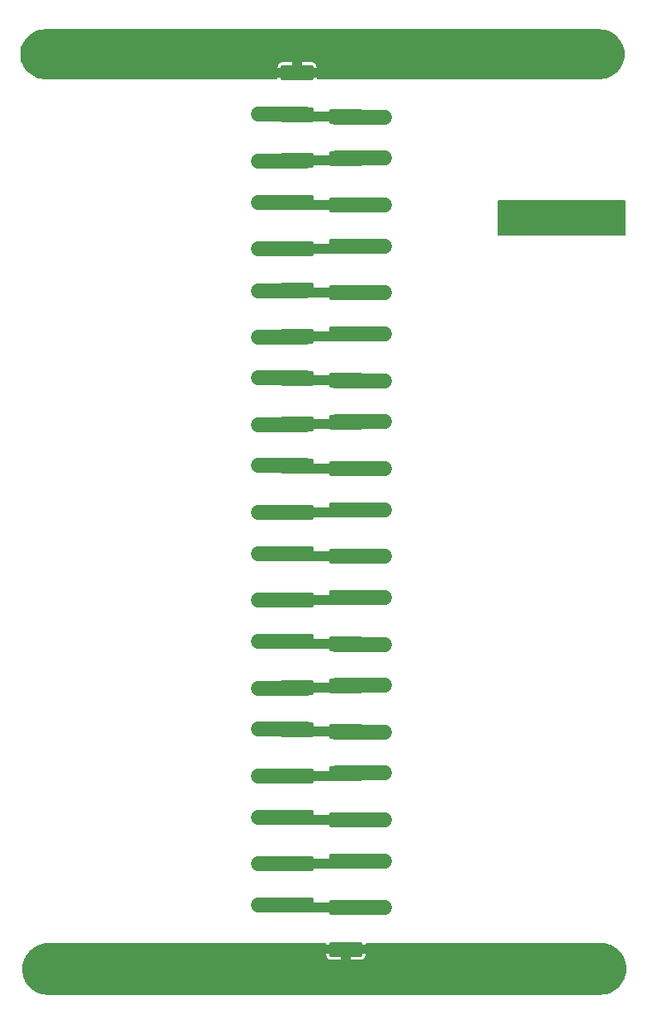
<source format=gbr>
%TF.GenerationSoftware,KiCad,Pcbnew,9.0.6*%
%TF.CreationDate,2025-12-24T02:22:15+01:00*%
%TF.ProjectId,secondary_mmc,7365636f-6e64-4617-9279-5f6d6d632e6b,rev?*%
%TF.SameCoordinates,Original*%
%TF.FileFunction,Copper,L1,Top*%
%TF.FilePolarity,Positive*%
%FSLAX46Y46*%
G04 Gerber Fmt 4.6, Leading zero omitted, Abs format (unit mm)*
G04 Created by KiCad (PCBNEW 9.0.6) date 2025-12-24 02:22:15*
%MOMM*%
%LPD*%
G01*
G04 APERTURE LIST*
G04 Aperture macros list*
%AMRoundRect*
0 Rectangle with rounded corners*
0 $1 Rounding radius*
0 $2 $3 $4 $5 $6 $7 $8 $9 X,Y pos of 4 corners*
0 Add a 4 corners polygon primitive as box body*
4,1,4,$2,$3,$4,$5,$6,$7,$8,$9,$2,$3,0*
0 Add four circle primitives for the rounded corners*
1,1,$1+$1,$2,$3*
1,1,$1+$1,$4,$5*
1,1,$1+$1,$6,$7*
1,1,$1+$1,$8,$9*
0 Add four rect primitives between the rounded corners*
20,1,$1+$1,$2,$3,$4,$5,0*
20,1,$1+$1,$4,$5,$6,$7,0*
20,1,$1+$1,$6,$7,$8,$9,0*
20,1,$1+$1,$8,$9,$2,$3,0*%
G04 Aperture macros list end*
%TA.AperFunction,Conductor*%
%ADD10C,1.500000*%
%TD*%
%TA.AperFunction,NonConductor*%
%ADD11C,0.200000*%
%TD*%
%TA.AperFunction,SMDPad,CuDef*%
%ADD12RoundRect,0.250000X-1.450000X0.537500X-1.450000X-0.537500X1.450000X-0.537500X1.450000X0.537500X0*%
%TD*%
%TA.AperFunction,ViaPad*%
%ADD13C,0.600000*%
%TD*%
%TA.AperFunction,Conductor*%
%ADD14C,1.000000*%
%TD*%
G04 APERTURE END LIST*
D10*
%TO.N,Net-(C2-Pad2)*%
X115050000Y-90300000D02*
X120000000Y-90300000D01*
X107000000Y-90600000D02*
X111875000Y-90600000D01*
%TO.N,Net-(C1-Pad2)*%
X107000000Y-85800000D02*
X111875000Y-85800000D01*
X114950000Y-86100000D02*
X120000000Y-86100000D01*
%TO.N,Net-(C3-Pad2)*%
X114950000Y-95100000D02*
X120000000Y-95100000D01*
X107000000Y-94800000D02*
X111875000Y-94800000D01*
%TO.N,Net-(C4-Pad2)*%
X107000000Y-99600000D02*
X111875000Y-99600000D01*
%TO.N,Net-(C5-Pad2)*%
X107000000Y-103900000D02*
X111875000Y-103900000D01*
%TO.N,Net-(C6-Pad2)*%
X107000000Y-108600000D02*
X111875000Y-108600000D01*
%TO.N,Net-(C7-Pad2)*%
X107000000Y-112800000D02*
X111875000Y-112800000D01*
%TO.N,Net-(C8-Pad2)*%
X107000000Y-117600000D02*
X111875000Y-117600000D01*
%TO.N,Net-(C10-Pad1)*%
X107000000Y-121800000D02*
X111875000Y-121800000D01*
%TO.N,Net-(C10-Pad2)*%
X107000000Y-126600000D02*
X111875000Y-126600000D01*
%TO.N,Net-(C11-Pad2)*%
X107000000Y-130800000D02*
X111875000Y-130800000D01*
%TO.N,Net-(C12-Pad2)*%
X107000000Y-135600000D02*
X111875000Y-135600000D01*
%TO.N,Net-(C13-Pad2)*%
X107000000Y-139800000D02*
X111875000Y-139800000D01*
%TO.N,Net-(C14-Pad2)*%
X107000000Y-144600000D02*
X111900000Y-144600000D01*
%TO.N,Net-(C15-Pad2)*%
X107000000Y-148800000D02*
X111900000Y-148800000D01*
%TO.N,Net-(C16-Pad2)*%
X107000000Y-153600000D02*
X111900000Y-153600000D01*
%TO.N,Net-(C17-Pad2)*%
X107000000Y-157800000D02*
X111900000Y-157800000D01*
%TO.N,Net-(C18-Pad2)*%
X107000000Y-162600000D02*
X111900000Y-162600000D01*
%TO.N,Net-(C19-Pad2)*%
X107000000Y-166800000D02*
X111900000Y-166800000D01*
%TO.N,Net-(C4-Pad2)*%
X115050000Y-99300000D02*
X120000000Y-99300000D01*
%TO.N,Net-(C5-Pad2)*%
X114950000Y-104100000D02*
X120000000Y-104100000D01*
%TO.N,Net-(C6-Pad2)*%
X115050000Y-108300000D02*
X120000000Y-108300000D01*
%TO.N,Net-(C7-Pad2)*%
X114950000Y-113100000D02*
X120000000Y-113100000D01*
%TO.N,Net-(C8-Pad2)*%
X115050000Y-117300000D02*
X120000000Y-117300000D01*
%TO.N,Net-(C10-Pad1)*%
X114950000Y-122100000D02*
X120000000Y-122100000D01*
%TO.N,Net-(C10-Pad2)*%
X115050000Y-126300000D02*
X120000000Y-126300000D01*
%TO.N,Net-(C11-Pad2)*%
X114950000Y-131100000D02*
X120000000Y-131100000D01*
%TO.N,Net-(C12-Pad2)*%
X115050000Y-135300000D02*
X120000000Y-135300000D01*
%TO.N,Net-(C13-Pad2)*%
X114950000Y-140100000D02*
X120000000Y-140100000D01*
%TO.N,Net-(C14-Pad2)*%
X115025000Y-144300000D02*
X120000000Y-144300000D01*
%TO.N,Net-(C15-Pad2)*%
X114950000Y-149100000D02*
X120000000Y-149100000D01*
%TO.N,Net-(C16-Pad2)*%
X115050000Y-153300000D02*
X120000000Y-153300000D01*
%TO.N,Net-(C17-Pad2)*%
X114925000Y-158100000D02*
X120000000Y-158100000D01*
%TO.N,Net-(C18-Pad2)*%
X115025000Y-162300000D02*
X120000000Y-162300000D01*
%TO.N,Net-(C19-Pad2)*%
X114925000Y-167100000D02*
X120000000Y-167100000D01*
D11*
X131700000Y-94700000D02*
X144600000Y-94700000D01*
X144600000Y-98100000D01*
X131700000Y-98100000D01*
X131700000Y-94700000D01*
%TA.AperFunction,NonConductor*%
G36*
X131700000Y-94700000D02*
G01*
X144600000Y-94700000D01*
X144600000Y-98100000D01*
X131700000Y-98100000D01*
X131700000Y-94700000D01*
G37*
%TD.AperFunction*%
%TD*%
D12*
%TO.P,C5,1*%
%TO.N,Net-(C4-Pad2)*%
X111000000Y-99562500D03*
%TO.P,C5,2*%
%TO.N,Net-(C5-Pad2)*%
X111000000Y-103837500D03*
%TD*%
%TO.P,C4,1*%
%TO.N,Net-(C3-Pad2)*%
X116000000Y-95062500D03*
%TO.P,C4,2*%
%TO.N,Net-(C4-Pad2)*%
X116000000Y-99337500D03*
%TD*%
%TO.P,C1,1*%
%TO.N,CONN_1*%
X111000000Y-81562500D03*
%TO.P,C1,2*%
%TO.N,Net-(C1-Pad2)*%
X111000000Y-85837500D03*
%TD*%
%TO.P,C2,1*%
%TO.N,Net-(C1-Pad2)*%
X116000000Y-86062500D03*
%TO.P,C2,2*%
%TO.N,Net-(C2-Pad2)*%
X116000000Y-90337500D03*
%TD*%
%TO.P,C3,1*%
%TO.N,Net-(C2-Pad2)*%
X111000000Y-90562500D03*
%TO.P,C3,2*%
%TO.N,Net-(C3-Pad2)*%
X111000000Y-94837500D03*
%TD*%
%TO.P,C19,2*%
%TO.N,Net-(C19-Pad2)*%
X111000000Y-166837500D03*
%TO.P,C19,1*%
%TO.N,Net-(C18-Pad2)*%
X111000000Y-162562500D03*
%TD*%
%TO.P,C18,2*%
%TO.N,Net-(C18-Pad2)*%
X116000000Y-162337500D03*
%TO.P,C18,1*%
%TO.N,Net-(C17-Pad2)*%
X116000000Y-158062500D03*
%TD*%
%TO.P,C17,2*%
%TO.N,Net-(C17-Pad2)*%
X111000000Y-157837500D03*
%TO.P,C17,1*%
%TO.N,Net-(C16-Pad2)*%
X111000000Y-153562500D03*
%TD*%
%TO.P,C16,2*%
%TO.N,Net-(C16-Pad2)*%
X116000000Y-153337500D03*
%TO.P,C16,1*%
%TO.N,Net-(C15-Pad2)*%
X116000000Y-149062500D03*
%TD*%
%TO.P,C15,2*%
%TO.N,Net-(C15-Pad2)*%
X111000000Y-148837500D03*
%TO.P,C15,1*%
%TO.N,Net-(C14-Pad2)*%
X111000000Y-144562500D03*
%TD*%
%TO.P,C14,2*%
%TO.N,Net-(C14-Pad2)*%
X116000000Y-144337500D03*
%TO.P,C14,1*%
%TO.N,Net-(C13-Pad2)*%
X116000000Y-140062500D03*
%TD*%
%TO.P,C13,2*%
%TO.N,Net-(C13-Pad2)*%
X111000000Y-139837500D03*
%TO.P,C13,1*%
%TO.N,Net-(C12-Pad2)*%
X111000000Y-135562500D03*
%TD*%
%TO.P,C12,2*%
%TO.N,Net-(C12-Pad2)*%
X116000000Y-135337500D03*
%TO.P,C12,1*%
%TO.N,Net-(C11-Pad2)*%
X116000000Y-131062500D03*
%TD*%
%TO.P,C11,2*%
%TO.N,Net-(C11-Pad2)*%
X111000000Y-130837500D03*
%TO.P,C11,1*%
%TO.N,Net-(C10-Pad2)*%
X111000000Y-126562500D03*
%TD*%
%TO.P,C10,2*%
%TO.N,Net-(C10-Pad2)*%
X116000000Y-126337500D03*
%TO.P,C10,1*%
%TO.N,Net-(C10-Pad1)*%
X116000000Y-122062500D03*
%TD*%
%TO.P,C9,2*%
%TO.N,Net-(C10-Pad1)*%
X111000000Y-121837500D03*
%TO.P,C9,1*%
%TO.N,Net-(C8-Pad2)*%
X111000000Y-117562500D03*
%TD*%
%TO.P,C8,2*%
%TO.N,Net-(C8-Pad2)*%
X116000000Y-117337500D03*
%TO.P,C8,1*%
%TO.N,Net-(C7-Pad2)*%
X116000000Y-113062500D03*
%TD*%
%TO.P,C7,2*%
%TO.N,Net-(C7-Pad2)*%
X111000000Y-112837500D03*
%TO.P,C7,1*%
%TO.N,Net-(C6-Pad2)*%
X111000000Y-108562500D03*
%TD*%
%TO.P,C6,2*%
%TO.N,Net-(C6-Pad2)*%
X116000000Y-108337500D03*
%TO.P,C6,1*%
%TO.N,Net-(C5-Pad2)*%
X116000000Y-104062500D03*
%TD*%
%TO.P,C20,2*%
%TO.N,CONN_2*%
X116000000Y-171337500D03*
%TO.P,C20,1*%
%TO.N,Net-(C19-Pad2)*%
X116000000Y-167062500D03*
%TD*%
D13*
%TO.N,Net-(C19-Pad2)*%
X113000000Y-167100000D03*
X113500000Y-167100000D03*
X114000000Y-167100000D03*
%TO.N,Net-(C18-Pad2)*%
X113000000Y-162600000D03*
X113500000Y-162600000D03*
X114000000Y-162600000D03*
%TO.N,Net-(C17-Pad2)*%
X113000000Y-158100000D03*
X113500000Y-158100000D03*
X114000000Y-158100000D03*
%TO.N,Net-(C16-Pad2)*%
X113000000Y-153600000D03*
X113500000Y-153600000D03*
X114000000Y-153600000D03*
%TO.N,Net-(C15-Pad2)*%
X113000000Y-149100000D03*
X113500000Y-149100000D03*
X114000000Y-149100000D03*
%TO.N,Net-(C14-Pad2)*%
X113000000Y-144600000D03*
X113500000Y-144600000D03*
X114000000Y-144600000D03*
%TO.N,Net-(C13-Pad2)*%
X113000000Y-140100000D03*
X113500000Y-140100000D03*
X114000000Y-140100000D03*
%TO.N,Net-(C12-Pad2)*%
X113000000Y-135600000D03*
X113500000Y-135600000D03*
X114000000Y-135600000D03*
%TO.N,Net-(C11-Pad2)*%
X113000000Y-131100000D03*
X113500000Y-131100000D03*
X114000000Y-131100000D03*
%TO.N,Net-(C10-Pad2)*%
X113000000Y-126600000D03*
X113500000Y-126600000D03*
X114000000Y-126600000D03*
%TO.N,Net-(C10-Pad1)*%
X113000000Y-122100000D03*
X113500000Y-122100000D03*
X114000000Y-122100000D03*
%TO.N,Net-(C8-Pad2)*%
X113000000Y-117600000D03*
X113500000Y-117600000D03*
X114000000Y-117600000D03*
%TO.N,Net-(C7-Pad2)*%
X113000000Y-113100000D03*
X113500000Y-113100000D03*
X114000000Y-113100000D03*
%TO.N,Net-(C6-Pad2)*%
X113000000Y-108600000D03*
X113500000Y-108600000D03*
X114000000Y-108600000D03*
%TO.N,Net-(C5-Pad2)*%
X113000000Y-104100000D03*
X113500000Y-104100000D03*
X114000000Y-104100000D03*
%TO.N,Net-(C4-Pad2)*%
X113000000Y-99600000D03*
X113500000Y-99600000D03*
X114000000Y-99600000D03*
%TO.N,Net-(C3-Pad2)*%
X113000000Y-95100000D03*
X113500000Y-95100000D03*
X114000000Y-95100000D03*
%TO.N,Net-(C2-Pad2)*%
X113000000Y-90600000D03*
X113500000Y-90600000D03*
X114000000Y-90600000D03*
%TO.N,Net-(C1-Pad2)*%
X113500000Y-86062500D03*
X114000000Y-86062500D03*
X113000000Y-86062500D03*
%TO.N,Net-(C19-Pad2)*%
X119600000Y-166600000D03*
X118000000Y-167600000D03*
X119600000Y-167600000D03*
X118000000Y-166600000D03*
X120000000Y-166600000D03*
X118400000Y-167600000D03*
X118800000Y-166600000D03*
X120000000Y-167600000D03*
X118400000Y-166600000D03*
X119200000Y-167600000D03*
X118800000Y-167600000D03*
X119200000Y-166600000D03*
X108600000Y-166300000D03*
X107000000Y-167300000D03*
X108600000Y-167300000D03*
X107000000Y-166300000D03*
X109000000Y-166300000D03*
X107400000Y-167300000D03*
X107800000Y-166300000D03*
X109000000Y-167300000D03*
X107400000Y-166300000D03*
X108200000Y-167300000D03*
X107800000Y-167300000D03*
X108200000Y-166300000D03*
%TO.N,Net-(C18-Pad2)*%
X108600000Y-162100000D03*
X107000000Y-163100000D03*
X108600000Y-163100000D03*
X107000000Y-162100000D03*
X109000000Y-162100000D03*
X107400000Y-163100000D03*
X107800000Y-162100000D03*
X109000000Y-163100000D03*
X107400000Y-162100000D03*
X108200000Y-163100000D03*
X107800000Y-163100000D03*
X108200000Y-162100000D03*
X119600000Y-161800000D03*
X118000000Y-162800000D03*
X119600000Y-162800000D03*
X118000000Y-161800000D03*
X120000000Y-161800000D03*
X118400000Y-162800000D03*
X118800000Y-161800000D03*
X120000000Y-162800000D03*
X118400000Y-161800000D03*
X119200000Y-162800000D03*
X118800000Y-162800000D03*
X119200000Y-161800000D03*
%TO.N,Net-(C17-Pad2)*%
X119600000Y-157600000D03*
X118000000Y-158600000D03*
X119600000Y-158600000D03*
X118000000Y-157600000D03*
X120000000Y-157600000D03*
X118400000Y-158600000D03*
X118800000Y-157600000D03*
X120000000Y-158600000D03*
X118400000Y-157600000D03*
X119200000Y-158600000D03*
X118800000Y-158600000D03*
X119200000Y-157600000D03*
X108600000Y-157300000D03*
X107000000Y-158300000D03*
X108600000Y-158300000D03*
X107000000Y-157300000D03*
X109000000Y-157300000D03*
X107400000Y-158300000D03*
X107800000Y-157300000D03*
X109000000Y-158300000D03*
X107400000Y-157300000D03*
X108200000Y-158300000D03*
X107800000Y-158300000D03*
X108200000Y-157300000D03*
%TO.N,Net-(C16-Pad2)*%
X108600000Y-153100000D03*
X107000000Y-154100000D03*
X108600000Y-154100000D03*
X107000000Y-153100000D03*
X109000000Y-153100000D03*
X107400000Y-154100000D03*
X107800000Y-153100000D03*
X109000000Y-154100000D03*
X107400000Y-153100000D03*
X108200000Y-154100000D03*
X107800000Y-154100000D03*
X108200000Y-153100000D03*
X119600000Y-152800000D03*
X118000000Y-153800000D03*
X119600000Y-153800000D03*
X118000000Y-152800000D03*
X120000000Y-152800000D03*
X118400000Y-153800000D03*
X118800000Y-152800000D03*
X120000000Y-153800000D03*
X118400000Y-152800000D03*
X119200000Y-153800000D03*
X118800000Y-153800000D03*
X119200000Y-152800000D03*
%TO.N,Net-(C15-Pad2)*%
X119600000Y-148600000D03*
X118000000Y-149600000D03*
X119600000Y-149600000D03*
X118000000Y-148600000D03*
X120000000Y-148600000D03*
X118400000Y-149600000D03*
X118800000Y-148600000D03*
X120000000Y-149600000D03*
X118400000Y-148600000D03*
X119200000Y-149600000D03*
X118800000Y-149600000D03*
X119200000Y-148600000D03*
X108600000Y-148300000D03*
X107000000Y-149300000D03*
X108600000Y-149300000D03*
X107000000Y-148300000D03*
X109000000Y-148300000D03*
X107400000Y-149300000D03*
X107800000Y-148300000D03*
X109000000Y-149300000D03*
X107400000Y-148300000D03*
X108200000Y-149300000D03*
X107800000Y-149300000D03*
X108200000Y-148300000D03*
%TO.N,Net-(C14-Pad2)*%
X119600000Y-143800000D03*
X118000000Y-144800000D03*
X119600000Y-144800000D03*
X118000000Y-143800000D03*
X120000000Y-143800000D03*
X118400000Y-144800000D03*
X118800000Y-143800000D03*
X120000000Y-144800000D03*
X118400000Y-143800000D03*
X119200000Y-144800000D03*
X118800000Y-144800000D03*
X119200000Y-143800000D03*
X108600000Y-144100000D03*
X107000000Y-145100000D03*
X108600000Y-145100000D03*
X107000000Y-144100000D03*
X109000000Y-144100000D03*
X107400000Y-145100000D03*
X107800000Y-144100000D03*
X109000000Y-145100000D03*
X107400000Y-144100000D03*
X108200000Y-145100000D03*
X107800000Y-145100000D03*
X108200000Y-144100000D03*
%TO.N,Net-(C13-Pad2)*%
X119600000Y-139600000D03*
X118000000Y-140600000D03*
X119600000Y-140600000D03*
X118000000Y-139600000D03*
X120000000Y-139600000D03*
X118400000Y-140600000D03*
X118800000Y-139600000D03*
X120000000Y-140600000D03*
X118400000Y-139600000D03*
X119200000Y-140600000D03*
X118800000Y-140600000D03*
X119200000Y-139600000D03*
X108600000Y-139300000D03*
X107000000Y-140300000D03*
X108600000Y-140300000D03*
X107000000Y-139300000D03*
X109000000Y-139300000D03*
X107400000Y-140300000D03*
X107800000Y-139300000D03*
X109000000Y-140300000D03*
X107400000Y-139300000D03*
X108200000Y-140300000D03*
X107800000Y-140300000D03*
X108200000Y-139300000D03*
%TO.N,Net-(C12-Pad2)*%
X119600000Y-134800000D03*
X118000000Y-135800000D03*
X119600000Y-135800000D03*
X118000000Y-134800000D03*
X120000000Y-134800000D03*
X118400000Y-135800000D03*
X118800000Y-134800000D03*
X120000000Y-135800000D03*
X118400000Y-134800000D03*
X119200000Y-135800000D03*
X118800000Y-135800000D03*
X119200000Y-134800000D03*
X108600000Y-135100000D03*
X107000000Y-136100000D03*
X108600000Y-136100000D03*
X107000000Y-135100000D03*
X109000000Y-135100000D03*
X107400000Y-136100000D03*
X107800000Y-135100000D03*
X109000000Y-136100000D03*
X107400000Y-135100000D03*
X108200000Y-136100000D03*
X107800000Y-136100000D03*
X108200000Y-135100000D03*
%TO.N,Net-(C11-Pad2)*%
X119600000Y-130600000D03*
X118000000Y-131600000D03*
X119600000Y-131600000D03*
X118000000Y-130600000D03*
X120000000Y-130600000D03*
X118400000Y-131600000D03*
X118800000Y-130600000D03*
X120000000Y-131600000D03*
X118400000Y-130600000D03*
X119200000Y-131600000D03*
X118800000Y-131600000D03*
X119200000Y-130600000D03*
X108600000Y-130300000D03*
X107000000Y-131300000D03*
X108600000Y-131300000D03*
X107000000Y-130300000D03*
X109000000Y-130300000D03*
X107400000Y-131300000D03*
X107800000Y-130300000D03*
X109000000Y-131300000D03*
X107400000Y-130300000D03*
X108200000Y-131300000D03*
X107800000Y-131300000D03*
X108200000Y-130300000D03*
%TO.N,Net-(C10-Pad2)*%
X119600000Y-125800000D03*
X118000000Y-126800000D03*
X119600000Y-126800000D03*
X118000000Y-125800000D03*
X120000000Y-125800000D03*
X118400000Y-126800000D03*
X118800000Y-125800000D03*
X120000000Y-126800000D03*
X118400000Y-125800000D03*
X119200000Y-126800000D03*
X118800000Y-126800000D03*
X119200000Y-125800000D03*
X108600000Y-126100000D03*
X107000000Y-127100000D03*
X108600000Y-127100000D03*
X107000000Y-126100000D03*
X109000000Y-126100000D03*
X107400000Y-127100000D03*
X107800000Y-126100000D03*
X109000000Y-127100000D03*
X107400000Y-126100000D03*
X108200000Y-127100000D03*
X107800000Y-127100000D03*
X108200000Y-126100000D03*
%TO.N,Net-(C10-Pad1)*%
X108600000Y-121300000D03*
X107000000Y-122300000D03*
X108600000Y-122300000D03*
X107000000Y-121300000D03*
X109000000Y-121300000D03*
X107400000Y-122300000D03*
X107800000Y-121300000D03*
X109000000Y-122300000D03*
X107400000Y-121300000D03*
X108200000Y-122300000D03*
X107800000Y-122300000D03*
X108200000Y-121300000D03*
X119600000Y-121600000D03*
X118000000Y-122600000D03*
X119600000Y-122600000D03*
X118000000Y-121600000D03*
X120000000Y-121600000D03*
X118400000Y-122600000D03*
X118800000Y-121600000D03*
X120000000Y-122600000D03*
X118400000Y-121600000D03*
X119200000Y-122600000D03*
X118800000Y-122600000D03*
X119200000Y-121600000D03*
%TO.N,Net-(C8-Pad2)*%
X119600000Y-116800000D03*
X118000000Y-117800000D03*
X119600000Y-117800000D03*
X118000000Y-116800000D03*
X120000000Y-116800000D03*
X118400000Y-117800000D03*
X118800000Y-116800000D03*
X120000000Y-117800000D03*
X118400000Y-116800000D03*
X119200000Y-117800000D03*
X118800000Y-117800000D03*
X119200000Y-116800000D03*
X108600000Y-117100000D03*
X107000000Y-118100000D03*
X108600000Y-118100000D03*
X107000000Y-117100000D03*
X109000000Y-117100000D03*
X107400000Y-118100000D03*
X107800000Y-117100000D03*
X109000000Y-118100000D03*
X107400000Y-117100000D03*
X108200000Y-118100000D03*
X107800000Y-118100000D03*
X108200000Y-117100000D03*
%TO.N,Net-(C6-Pad2)*%
X108600000Y-108100000D03*
X107000000Y-109100000D03*
X108600000Y-109100000D03*
X107000000Y-108100000D03*
X109000000Y-108100000D03*
X107400000Y-109100000D03*
X107800000Y-108100000D03*
X109000000Y-109100000D03*
X107400000Y-108100000D03*
X108200000Y-109100000D03*
X107800000Y-109100000D03*
X108200000Y-108100000D03*
%TO.N,Net-(C7-Pad2)*%
X108600000Y-112300000D03*
X107000000Y-113300000D03*
X108600000Y-113300000D03*
X107000000Y-112300000D03*
X109000000Y-112300000D03*
X107400000Y-113300000D03*
X107800000Y-112300000D03*
X109000000Y-113300000D03*
X107400000Y-112300000D03*
X108200000Y-113300000D03*
X107800000Y-113300000D03*
X108200000Y-112300000D03*
X119600000Y-112600000D03*
X118000000Y-113600000D03*
X119600000Y-113600000D03*
X118000000Y-112600000D03*
X120000000Y-112600000D03*
X118400000Y-113600000D03*
X118800000Y-112600000D03*
X120000000Y-113600000D03*
X118400000Y-112600000D03*
X119200000Y-113600000D03*
X118800000Y-113600000D03*
X119200000Y-112600000D03*
%TO.N,Net-(C6-Pad2)*%
X119600000Y-107800000D03*
X118000000Y-108800000D03*
X119600000Y-108800000D03*
X118000000Y-107800000D03*
X120000000Y-107800000D03*
X118400000Y-108800000D03*
X118800000Y-107800000D03*
X120000000Y-108800000D03*
X118400000Y-107800000D03*
X119200000Y-108800000D03*
X118800000Y-108800000D03*
X119200000Y-107800000D03*
%TO.N,Net-(C5-Pad2)*%
X119600000Y-103600000D03*
X118000000Y-104600000D03*
X119600000Y-104600000D03*
X118000000Y-103600000D03*
X120000000Y-103600000D03*
X118400000Y-104600000D03*
X118800000Y-103600000D03*
X120000000Y-104600000D03*
X118400000Y-103600000D03*
X119200000Y-104600000D03*
X118800000Y-104600000D03*
X119200000Y-103600000D03*
X108600000Y-103400000D03*
X107000000Y-104400000D03*
X108600000Y-104400000D03*
X107000000Y-103400000D03*
X109000000Y-103400000D03*
X107400000Y-104400000D03*
X107800000Y-103400000D03*
X109000000Y-104400000D03*
X107400000Y-103400000D03*
X108200000Y-104400000D03*
X107800000Y-104400000D03*
X108200000Y-103400000D03*
%TO.N,Net-(C4-Pad2)*%
X108600000Y-99100000D03*
X107000000Y-100100000D03*
X108600000Y-100100000D03*
X107000000Y-99100000D03*
X109000000Y-99100000D03*
X107400000Y-100100000D03*
X107800000Y-99100000D03*
X109000000Y-100100000D03*
X107400000Y-99100000D03*
X108200000Y-100100000D03*
X107800000Y-100100000D03*
X108200000Y-99100000D03*
X119600000Y-98800000D03*
X118000000Y-99800000D03*
X119600000Y-99800000D03*
X118000000Y-98800000D03*
X120000000Y-98800000D03*
X118400000Y-99800000D03*
X118800000Y-98800000D03*
X120000000Y-99800000D03*
X118400000Y-98800000D03*
X119200000Y-99800000D03*
X118800000Y-99800000D03*
X119200000Y-98800000D03*
%TO.N,Net-(C3-Pad2)*%
X119600000Y-94600000D03*
X118000000Y-95600000D03*
X119600000Y-95600000D03*
X118000000Y-94600000D03*
X120000000Y-94600000D03*
X118400000Y-95600000D03*
X118800000Y-94600000D03*
X120000000Y-95600000D03*
X118400000Y-94600000D03*
X119200000Y-95600000D03*
X118800000Y-95600000D03*
X119200000Y-94600000D03*
X108600000Y-94300000D03*
X107000000Y-95300000D03*
X108600000Y-95300000D03*
X107000000Y-94300000D03*
X109000000Y-94300000D03*
X107400000Y-95300000D03*
X107800000Y-94300000D03*
X109000000Y-95300000D03*
X107400000Y-94300000D03*
X108200000Y-95300000D03*
X107800000Y-95300000D03*
X108200000Y-94300000D03*
%TO.N,Net-(C2-Pad2)*%
X108600000Y-90100000D03*
X107000000Y-91100000D03*
X108600000Y-91100000D03*
X107000000Y-90100000D03*
X109000000Y-90100000D03*
X107400000Y-91100000D03*
X107800000Y-90100000D03*
X109000000Y-91100000D03*
X107400000Y-90100000D03*
X108200000Y-91100000D03*
X107800000Y-91100000D03*
X108200000Y-90100000D03*
X119600000Y-89800000D03*
X118000000Y-90800000D03*
X119600000Y-90800000D03*
X118000000Y-89800000D03*
X120000000Y-89800000D03*
X118400000Y-90800000D03*
X118800000Y-89800000D03*
X120000000Y-90800000D03*
X118400000Y-89800000D03*
X119200000Y-90800000D03*
X118800000Y-90800000D03*
X119200000Y-89800000D03*
%TO.N,Net-(C1-Pad2)*%
X119600000Y-85600000D03*
X118000000Y-86600000D03*
X119600000Y-86600000D03*
X118000000Y-85600000D03*
X120000000Y-85600000D03*
X118400000Y-86600000D03*
X118800000Y-85600000D03*
X120000000Y-86600000D03*
X118400000Y-85600000D03*
X119200000Y-86600000D03*
X118800000Y-86600000D03*
X119200000Y-85600000D03*
X108200000Y-86300000D03*
X107800000Y-86300000D03*
X107000000Y-86300000D03*
X107400000Y-86300000D03*
X109000000Y-86300000D03*
X108600000Y-86300000D03*
X108200000Y-85300000D03*
X107800000Y-85300000D03*
X107000000Y-85300000D03*
X107400000Y-85300000D03*
X109000000Y-85300000D03*
X108600000Y-85300000D03*
%TO.N,Net-(C19-Pad2)*%
X108200000Y-166800000D03*
X107800000Y-166800000D03*
X106600000Y-166800000D03*
X107000000Y-166800000D03*
X107400000Y-166800000D03*
X109000000Y-166800000D03*
X108600000Y-166800000D03*
%TO.N,Net-(C18-Pad2)*%
X108200000Y-162600000D03*
X107800000Y-162600000D03*
X106600000Y-162600000D03*
X107000000Y-162600000D03*
X107400000Y-162600000D03*
X109000000Y-162600000D03*
X108600000Y-162600000D03*
%TO.N,Net-(C17-Pad2)*%
X108200000Y-157800000D03*
X107800000Y-157800000D03*
X106600000Y-157800000D03*
X107000000Y-157800000D03*
X107400000Y-157800000D03*
X109000000Y-157800000D03*
X108600000Y-157800000D03*
%TO.N,Net-(C16-Pad2)*%
X108200000Y-153600000D03*
X107800000Y-153600000D03*
X106600000Y-153600000D03*
X107000000Y-153600000D03*
X107400000Y-153600000D03*
X109000000Y-153600000D03*
X108600000Y-153600000D03*
%TO.N,Net-(C15-Pad2)*%
X108200000Y-148800000D03*
X107800000Y-148800000D03*
X106600000Y-148800000D03*
X107000000Y-148800000D03*
X107400000Y-148800000D03*
X109000000Y-148800000D03*
X108600000Y-148800000D03*
%TO.N,Net-(C14-Pad2)*%
X108200000Y-144600000D03*
X107800000Y-144600000D03*
X106600000Y-144600000D03*
X107000000Y-144600000D03*
X107400000Y-144600000D03*
X109000000Y-144600000D03*
X108600000Y-144600000D03*
%TO.N,Net-(C13-Pad2)*%
X108200000Y-139800000D03*
X107800000Y-139800000D03*
X106600000Y-139800000D03*
X107000000Y-139800000D03*
X107400000Y-139800000D03*
X109000000Y-139800000D03*
X108600000Y-139800000D03*
%TO.N,Net-(C12-Pad2)*%
X108200000Y-135600000D03*
X107800000Y-135600000D03*
X106600000Y-135600000D03*
X107000000Y-135600000D03*
X107400000Y-135600000D03*
X109000000Y-135600000D03*
X108600000Y-135600000D03*
%TO.N,Net-(C11-Pad2)*%
X108200000Y-130800000D03*
X107800000Y-130800000D03*
X106600000Y-130800000D03*
X107000000Y-130800000D03*
X107400000Y-130800000D03*
X109000000Y-130800000D03*
X108600000Y-130800000D03*
%TO.N,Net-(C10-Pad2)*%
X108200000Y-126600000D03*
X107800000Y-126600000D03*
X106600000Y-126600000D03*
X107000000Y-126600000D03*
X107400000Y-126600000D03*
X109000000Y-126600000D03*
X108600000Y-126600000D03*
%TO.N,Net-(C10-Pad1)*%
X108200000Y-121800000D03*
X107800000Y-121800000D03*
X106600000Y-121800000D03*
X107000000Y-121800000D03*
X107400000Y-121800000D03*
X109000000Y-121800000D03*
X108600000Y-121800000D03*
%TO.N,Net-(C8-Pad2)*%
X108200000Y-117600000D03*
X107800000Y-117600000D03*
X106600000Y-117600000D03*
X107000000Y-117600000D03*
X107400000Y-117600000D03*
X109000000Y-117600000D03*
X108600000Y-117600000D03*
%TO.N,Net-(C7-Pad2)*%
X108200000Y-112800000D03*
X107800000Y-112800000D03*
X106600000Y-112800000D03*
X107000000Y-112800000D03*
X107400000Y-112800000D03*
X109000000Y-112800000D03*
X108600000Y-112800000D03*
%TO.N,Net-(C6-Pad2)*%
X108200000Y-108600000D03*
X107800000Y-108600000D03*
X106600000Y-108600000D03*
X107000000Y-108600000D03*
X107400000Y-108600000D03*
X109000000Y-108600000D03*
X108600000Y-108600000D03*
%TO.N,Net-(C5-Pad2)*%
X108200000Y-103900000D03*
X107800000Y-103900000D03*
X106600000Y-103900000D03*
X107000000Y-103900000D03*
X107400000Y-103900000D03*
X109000000Y-103900000D03*
X108600000Y-103900000D03*
%TO.N,Net-(C4-Pad2)*%
X108200000Y-99600000D03*
X107800000Y-99600000D03*
X106600000Y-99600000D03*
X107000000Y-99600000D03*
X107400000Y-99600000D03*
X109000000Y-99600000D03*
X108600000Y-99600000D03*
%TO.N,Net-(C3-Pad2)*%
X108200000Y-94800000D03*
X107800000Y-94800000D03*
X106600000Y-94800000D03*
X107000000Y-94800000D03*
X107400000Y-94800000D03*
X109000000Y-94800000D03*
X108600000Y-94800000D03*
%TO.N,Net-(C2-Pad2)*%
X108200000Y-90600000D03*
X107800000Y-90600000D03*
X106600000Y-90600000D03*
X107000000Y-90600000D03*
X107400000Y-90600000D03*
X109000000Y-90600000D03*
X108600000Y-90600000D03*
%TO.N,Net-(C19-Pad2)*%
X119600000Y-167100000D03*
X119200000Y-167100000D03*
X118000000Y-167100000D03*
X118400000Y-167100000D03*
X118800000Y-167100000D03*
X120400000Y-167100000D03*
X120000000Y-167100000D03*
%TO.N,Net-(C18-Pad2)*%
X119600000Y-162300000D03*
X119200000Y-162300000D03*
X118000000Y-162300000D03*
X118400000Y-162300000D03*
X118800000Y-162300000D03*
X120400000Y-162300000D03*
X120000000Y-162300000D03*
%TO.N,Net-(C17-Pad2)*%
X119600000Y-158100000D03*
X119200000Y-158100000D03*
X118000000Y-158100000D03*
X118400000Y-158100000D03*
X118800000Y-158100000D03*
X120400000Y-158100000D03*
X120000000Y-158100000D03*
%TO.N,Net-(C16-Pad2)*%
X119600000Y-153300000D03*
X119200000Y-153300000D03*
X118000000Y-153300000D03*
X118400000Y-153300000D03*
X118800000Y-153300000D03*
X120400000Y-153300000D03*
X120000000Y-153300000D03*
%TO.N,Net-(C15-Pad2)*%
X119600000Y-149100000D03*
X119200000Y-149100000D03*
X118000000Y-149100000D03*
X118400000Y-149100000D03*
X118800000Y-149100000D03*
X120400000Y-149100000D03*
X120000000Y-149100000D03*
%TO.N,Net-(C14-Pad2)*%
X119600000Y-144300000D03*
X119200000Y-144300000D03*
X118000000Y-144300000D03*
X118400000Y-144300000D03*
X118800000Y-144300000D03*
X120400000Y-144300000D03*
X120000000Y-144300000D03*
%TO.N,Net-(C13-Pad2)*%
X119600000Y-140100000D03*
X119200000Y-140100000D03*
X118000000Y-140100000D03*
X118400000Y-140100000D03*
X118800000Y-140100000D03*
X120400000Y-140100000D03*
X120000000Y-140100000D03*
%TO.N,Net-(C12-Pad2)*%
X119600000Y-135300000D03*
X119200000Y-135300000D03*
X118000000Y-135300000D03*
X118400000Y-135300000D03*
X118800000Y-135300000D03*
X120400000Y-135300000D03*
X120000000Y-135300000D03*
%TO.N,Net-(C11-Pad2)*%
X119600000Y-131100000D03*
X119200000Y-131100000D03*
X118000000Y-131100000D03*
X118400000Y-131100000D03*
X118800000Y-131100000D03*
X120400000Y-131100000D03*
X120000000Y-131100000D03*
%TO.N,Net-(C10-Pad2)*%
X119600000Y-126300000D03*
X119200000Y-126300000D03*
X118000000Y-126300000D03*
X118400000Y-126300000D03*
X118800000Y-126300000D03*
X120400000Y-126300000D03*
X120000000Y-126300000D03*
%TO.N,Net-(C10-Pad1)*%
X119600000Y-122100000D03*
X119200000Y-122100000D03*
X118000000Y-122100000D03*
X118400000Y-122100000D03*
X118800000Y-122100000D03*
X120400000Y-122100000D03*
X120000000Y-122100000D03*
%TO.N,Net-(C8-Pad2)*%
X119600000Y-117300000D03*
X119200000Y-117300000D03*
X118000000Y-117300000D03*
X118400000Y-117300000D03*
X118800000Y-117300000D03*
X120400000Y-117300000D03*
X120000000Y-117300000D03*
%TO.N,Net-(C7-Pad2)*%
X119600000Y-113100000D03*
X119200000Y-113100000D03*
X118000000Y-113100000D03*
X118400000Y-113100000D03*
X118800000Y-113100000D03*
X120400000Y-113100000D03*
X120000000Y-113100000D03*
%TO.N,Net-(C6-Pad2)*%
X119600000Y-108300000D03*
X119200000Y-108300000D03*
X118000000Y-108300000D03*
X118400000Y-108300000D03*
X118800000Y-108300000D03*
X120400000Y-108300000D03*
X120000000Y-108300000D03*
%TO.N,Net-(C5-Pad2)*%
X119600000Y-104100000D03*
X119200000Y-104100000D03*
X118000000Y-104100000D03*
X118400000Y-104100000D03*
X118800000Y-104100000D03*
X120400000Y-104100000D03*
X120000000Y-104100000D03*
%TO.N,Net-(C4-Pad2)*%
X119600000Y-99300000D03*
X119200000Y-99300000D03*
X118000000Y-99300000D03*
X118400000Y-99300000D03*
X118800000Y-99300000D03*
X120400000Y-99300000D03*
X120000000Y-99300000D03*
%TO.N,Net-(C3-Pad2)*%
X119600000Y-95100000D03*
X119200000Y-95100000D03*
X118000000Y-95100000D03*
X118400000Y-95100000D03*
X118800000Y-95100000D03*
X120400000Y-95100000D03*
X120000000Y-95100000D03*
%TO.N,Net-(C2-Pad2)*%
X119600000Y-90300000D03*
X119200000Y-90300000D03*
X118000000Y-90300000D03*
X118400000Y-90300000D03*
X118800000Y-90300000D03*
X120400000Y-90300000D03*
X120000000Y-90300000D03*
%TO.N,Net-(C1-Pad2)*%
X119600000Y-86100000D03*
X119200000Y-86100000D03*
X118000000Y-86100000D03*
X118400000Y-86100000D03*
X118800000Y-86100000D03*
X120400000Y-86100000D03*
X120000000Y-86100000D03*
X106600000Y-85800000D03*
X109000000Y-85800000D03*
X108600000Y-85800000D03*
X108200000Y-85800000D03*
X107800000Y-85800000D03*
X107400000Y-85800000D03*
X107000000Y-85800000D03*
%TD*%
D14*
%TO.N,Net-(C1-Pad2)*%
X113500000Y-86062500D02*
X113000000Y-86062500D01*
X114000000Y-86062500D02*
X113500000Y-86062500D01*
X116000000Y-86062500D02*
X114000000Y-86062500D01*
X113000000Y-86062500D02*
X111225000Y-86062500D01*
X111225000Y-86062500D02*
X111000000Y-85837500D01*
%TO.N,Net-(C2-Pad2)*%
X111000000Y-90562500D02*
X115775000Y-90562500D01*
X115775000Y-90562500D02*
X116000000Y-90337500D01*
%TO.N,Net-(C3-Pad2)*%
X116000000Y-95062500D02*
X111225000Y-95062500D01*
X111225000Y-95062500D02*
X111000000Y-94837500D01*
%TO.N,Net-(C4-Pad2)*%
X111000000Y-99562500D02*
X115775000Y-99562500D01*
X115775000Y-99562500D02*
X116000000Y-99337500D01*
%TO.N,Net-(C5-Pad2)*%
X116000000Y-104062500D02*
X111225000Y-104062500D01*
X111225000Y-104062500D02*
X111000000Y-103837500D01*
%TO.N,Net-(C6-Pad2)*%
X111000000Y-108562500D02*
X115775000Y-108562500D01*
X115775000Y-108562500D02*
X116000000Y-108337500D01*
%TO.N,Net-(C7-Pad2)*%
X116000000Y-113062500D02*
X111225000Y-113062500D01*
X111225000Y-113062500D02*
X111000000Y-112837500D01*
%TO.N,Net-(C8-Pad2)*%
X111000000Y-117562500D02*
X115775000Y-117562500D01*
X115775000Y-117562500D02*
X116000000Y-117337500D01*
%TO.N,Net-(C10-Pad1)*%
X116000000Y-122062500D02*
X111225000Y-122062500D01*
X111225000Y-122062500D02*
X111000000Y-121837500D01*
%TO.N,Net-(C10-Pad2)*%
X111000000Y-126562500D02*
X115775000Y-126562500D01*
X115775000Y-126562500D02*
X116000000Y-126337500D01*
%TO.N,Net-(C11-Pad2)*%
X116000000Y-131062500D02*
X111225000Y-131062500D01*
X111225000Y-131062500D02*
X111000000Y-130837500D01*
%TO.N,Net-(C12-Pad2)*%
X111000000Y-135562500D02*
X115775000Y-135562500D01*
X115775000Y-135562500D02*
X116000000Y-135337500D01*
%TO.N,Net-(C13-Pad2)*%
X116000000Y-140062500D02*
X111225000Y-140062500D01*
X111225000Y-140062500D02*
X111000000Y-139837500D01*
%TO.N,Net-(C14-Pad2)*%
X111000000Y-144562500D02*
X115775000Y-144562500D01*
X115775000Y-144562500D02*
X116000000Y-144337500D01*
%TO.N,Net-(C15-Pad2)*%
X116000000Y-149062500D02*
X111225000Y-149062500D01*
X111225000Y-149062500D02*
X111000000Y-148837500D01*
%TO.N,Net-(C16-Pad2)*%
X111000000Y-153562500D02*
X115775000Y-153562500D01*
X115775000Y-153562500D02*
X116000000Y-153337500D01*
%TO.N,Net-(C17-Pad2)*%
X116000000Y-158062500D02*
X111225000Y-158062500D01*
X111225000Y-158062500D02*
X111000000Y-157837500D01*
%TO.N,Net-(C18-Pad2)*%
X111000000Y-162562500D02*
X115775000Y-162562500D01*
X115775000Y-162562500D02*
X116000000Y-162337500D01*
%TO.N,Net-(C19-Pad2)*%
X115500000Y-167062500D02*
X111225000Y-167062500D01*
X111225000Y-167062500D02*
X111000000Y-166837500D01*
X116000000Y-167062500D02*
X111225000Y-167062500D01*
%TD*%
%TA.AperFunction,Conductor*%
%TO.N,CONN_1*%
G36*
X142053736Y-77100226D02*
G01*
X142349884Y-77118139D01*
X142364746Y-77119944D01*
X142444181Y-77134500D01*
X142652883Y-77172747D01*
X142667412Y-77176328D01*
X142947081Y-77263477D01*
X142961077Y-77268785D01*
X143228205Y-77389009D01*
X143241463Y-77395967D01*
X143492152Y-77547514D01*
X143504463Y-77556012D01*
X143735061Y-77736674D01*
X143746269Y-77746604D01*
X143953395Y-77953730D01*
X143963325Y-77964938D01*
X144143983Y-78195530D01*
X144152489Y-78207853D01*
X144304031Y-78458535D01*
X144310990Y-78471794D01*
X144431214Y-78738922D01*
X144436523Y-78752922D01*
X144523669Y-79032580D01*
X144527253Y-79047120D01*
X144580055Y-79335253D01*
X144581860Y-79350117D01*
X144599547Y-79642513D01*
X144599547Y-79657487D01*
X144581860Y-79949882D01*
X144580055Y-79964746D01*
X144527253Y-80252879D01*
X144523669Y-80267419D01*
X144436523Y-80547077D01*
X144431214Y-80561077D01*
X144310990Y-80828205D01*
X144304031Y-80841464D01*
X144152489Y-81092146D01*
X144143983Y-81104469D01*
X143963325Y-81335061D01*
X143953395Y-81346269D01*
X143746269Y-81553395D01*
X143735061Y-81563325D01*
X143504469Y-81743983D01*
X143492146Y-81752489D01*
X143241464Y-81904031D01*
X143228205Y-81910990D01*
X142961077Y-82031214D01*
X142947077Y-82036523D01*
X142667419Y-82123669D01*
X142652879Y-82127253D01*
X142364746Y-82180055D01*
X142349882Y-82181860D01*
X142053736Y-82199774D01*
X142046249Y-82200000D01*
X113124000Y-82200000D01*
X113056961Y-82180315D01*
X113011206Y-82127511D01*
X113000000Y-82076000D01*
X113000000Y-82062500D01*
X109000000Y-82062500D01*
X109000000Y-82076000D01*
X108980315Y-82143039D01*
X108927511Y-82188794D01*
X108876000Y-82200000D01*
X85153751Y-82200000D01*
X85146264Y-82199774D01*
X84850117Y-82181860D01*
X84835253Y-82180055D01*
X84547120Y-82127253D01*
X84532580Y-82123669D01*
X84252922Y-82036523D01*
X84238922Y-82031214D01*
X83971794Y-81910990D01*
X83958535Y-81904031D01*
X83707853Y-81752489D01*
X83695530Y-81743983D01*
X83464938Y-81563325D01*
X83453730Y-81553395D01*
X83246604Y-81346269D01*
X83236674Y-81335061D01*
X83056016Y-81104469D01*
X83047514Y-81092152D01*
X82980892Y-80981946D01*
X109000000Y-80981946D01*
X109000000Y-81062500D01*
X110500000Y-81062500D01*
X111500000Y-81062500D01*
X113000000Y-81062500D01*
X113000000Y-80981946D01*
X112989386Y-80893556D01*
X112933920Y-80752904D01*
X112842564Y-80632435D01*
X112722095Y-80541079D01*
X112581443Y-80485613D01*
X112493054Y-80475000D01*
X111500000Y-80475000D01*
X111500000Y-81062500D01*
X110500000Y-81062500D01*
X110500000Y-80475000D01*
X109506946Y-80475000D01*
X109418556Y-80485613D01*
X109277904Y-80541079D01*
X109157435Y-80632435D01*
X109066079Y-80752904D01*
X109010613Y-80893556D01*
X109000000Y-80981946D01*
X82980892Y-80981946D01*
X82895967Y-80841463D01*
X82889009Y-80828205D01*
X82855119Y-80752904D01*
X82768784Y-80561074D01*
X82763476Y-80547077D01*
X82676330Y-80267419D01*
X82672746Y-80252879D01*
X82619944Y-79964746D01*
X82618139Y-79949882D01*
X82600452Y-79657472D01*
X82600452Y-79642527D01*
X82618139Y-79350113D01*
X82619944Y-79335253D01*
X82672746Y-79047120D01*
X82676327Y-79032591D01*
X82763479Y-78752913D01*
X82768781Y-78738930D01*
X82889012Y-78471787D01*
X82895963Y-78458542D01*
X83047519Y-78207839D01*
X83056006Y-78195543D01*
X83236681Y-77964929D01*
X83246596Y-77953738D01*
X83453738Y-77746596D01*
X83464929Y-77736681D01*
X83695543Y-77556006D01*
X83707839Y-77547519D01*
X83958542Y-77395963D01*
X83971787Y-77389012D01*
X84238930Y-77268781D01*
X84252913Y-77263479D01*
X84532591Y-77176327D01*
X84547112Y-77172747D01*
X84835254Y-77119943D01*
X84850113Y-77118139D01*
X85146264Y-77100226D01*
X85153751Y-77100000D01*
X142046249Y-77100000D01*
X142053736Y-77100226D01*
G37*
%TD.AperFunction*%
%TD*%
%TA.AperFunction,Conductor*%
%TO.N,CONN_2*%
G36*
X113943039Y-170719685D02*
G01*
X113988794Y-170772489D01*
X114000000Y-170824000D01*
X114000000Y-170837500D01*
X118000000Y-170837500D01*
X118000000Y-170824000D01*
X118019685Y-170756961D01*
X118072489Y-170711206D01*
X118124000Y-170700000D01*
X142195186Y-170700000D01*
X142202763Y-170700232D01*
X142508648Y-170718957D01*
X142523688Y-170720805D01*
X142550185Y-170725720D01*
X142821294Y-170776013D01*
X142835967Y-170779675D01*
X143119603Y-170869190D01*
X143124616Y-170870772D01*
X143138761Y-170876207D01*
X143414138Y-171001830D01*
X143427503Y-171008944D01*
X143685207Y-171167038D01*
X143685494Y-171167214D01*
X143697903Y-171175913D01*
X143934662Y-171364471D01*
X143945916Y-171374618D01*
X144157903Y-171590642D01*
X144167836Y-171602086D01*
X144351891Y-171842357D01*
X144360354Y-171854927D01*
X144513729Y-172115858D01*
X144520595Y-172129366D01*
X144640995Y-172407050D01*
X144646163Y-172421296D01*
X144731795Y-172711601D01*
X144735186Y-172726370D01*
X144784768Y-173024949D01*
X144786332Y-173040021D01*
X144799127Y-173342500D01*
X144798856Y-173357472D01*
X144774738Y-173663868D01*
X144772699Y-173678521D01*
X144712246Y-173979938D01*
X144708477Y-173994244D01*
X144612553Y-174286331D01*
X144607106Y-174300087D01*
X144477086Y-174578651D01*
X144470041Y-174591659D01*
X144307761Y-174852773D01*
X144299216Y-174864850D01*
X144106996Y-175104776D01*
X144097073Y-175115749D01*
X143877658Y-175331063D01*
X143866499Y-175340777D01*
X143622985Y-175528440D01*
X143610750Y-175536755D01*
X143346635Y-175694073D01*
X143333495Y-175700873D01*
X143052505Y-175825624D01*
X143038649Y-175830809D01*
X142744824Y-175921200D01*
X142730450Y-175924699D01*
X142427938Y-175979457D01*
X142413249Y-175981219D01*
X142111038Y-175999279D01*
X142103641Y-175999500D01*
X85395536Y-175999500D01*
X85387959Y-175999268D01*
X85090241Y-175981042D01*
X85075201Y-175979194D01*
X84824087Y-175932610D01*
X84777607Y-175923988D01*
X84762911Y-175920321D01*
X84669113Y-175890718D01*
X84474273Y-175829227D01*
X84460128Y-175823792D01*
X84184757Y-175698172D01*
X84171381Y-175691052D01*
X83913395Y-175532785D01*
X83900986Y-175524086D01*
X83664227Y-175335528D01*
X83652973Y-175325381D01*
X83440986Y-175109357D01*
X83431053Y-175097913D01*
X83246998Y-174857642D01*
X83238535Y-174845072D01*
X83085160Y-174584141D01*
X83078294Y-174570633D01*
X82957894Y-174292949D01*
X82952726Y-174278703D01*
X82909910Y-174133550D01*
X82867093Y-173988396D01*
X82863703Y-173973629D01*
X82814121Y-173675050D01*
X82812557Y-173659978D01*
X82799762Y-173357499D01*
X82800033Y-173342527D01*
X82800035Y-173342500D01*
X82824152Y-173036118D01*
X82826188Y-173021492D01*
X82886644Y-172720055D01*
X82890412Y-172705755D01*
X82986341Y-172413653D01*
X82991774Y-172399932D01*
X83121809Y-172121335D01*
X83128844Y-172108346D01*
X83247109Y-171918053D01*
X114000000Y-171918053D01*
X114010613Y-172006443D01*
X114066079Y-172147095D01*
X114157435Y-172267564D01*
X114277904Y-172358920D01*
X114418556Y-172414386D01*
X114506946Y-172425000D01*
X115500000Y-172425000D01*
X116500000Y-172425000D01*
X117493054Y-172425000D01*
X117581443Y-172414386D01*
X117722095Y-172358920D01*
X117842564Y-172267564D01*
X117933920Y-172147095D01*
X117989386Y-172006443D01*
X118000000Y-171918053D01*
X118000000Y-171837500D01*
X116500000Y-171837500D01*
X116500000Y-172425000D01*
X115500000Y-172425000D01*
X115500000Y-171837500D01*
X114000000Y-171837500D01*
X114000000Y-171918053D01*
X83247109Y-171918053D01*
X83291132Y-171847219D01*
X83299667Y-171835156D01*
X83491900Y-171595214D01*
X83501808Y-171584258D01*
X83721240Y-171368927D01*
X83732390Y-171359222D01*
X83975904Y-171171559D01*
X83988134Y-171163246D01*
X84252264Y-171005920D01*
X84265383Y-170999131D01*
X84546396Y-170874370D01*
X84560227Y-170869194D01*
X84854079Y-170778795D01*
X84868426Y-170775303D01*
X85170969Y-170720539D01*
X85185623Y-170718782D01*
X85496219Y-170700221D01*
X85503616Y-170700000D01*
X113876000Y-170700000D01*
X113943039Y-170719685D01*
G37*
%TD.AperFunction*%
%TD*%
M02*

</source>
